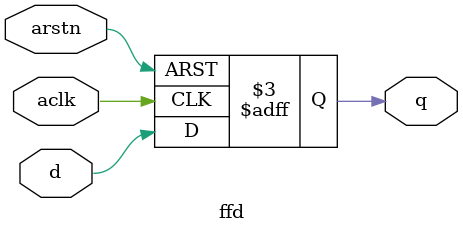
<source format=sv>

`timescale 1 ns / 1 ps

module ffd

    (
    input  wire aclk,
    input  wire arstn,
    input  wire d,
    output reg  q
    );

    always @ (posedge aclk or negedge arstn) begin
        if (arstn == 1'b0) q <= 1'b0;
        else q <= d;
    end

endmodule

</source>
